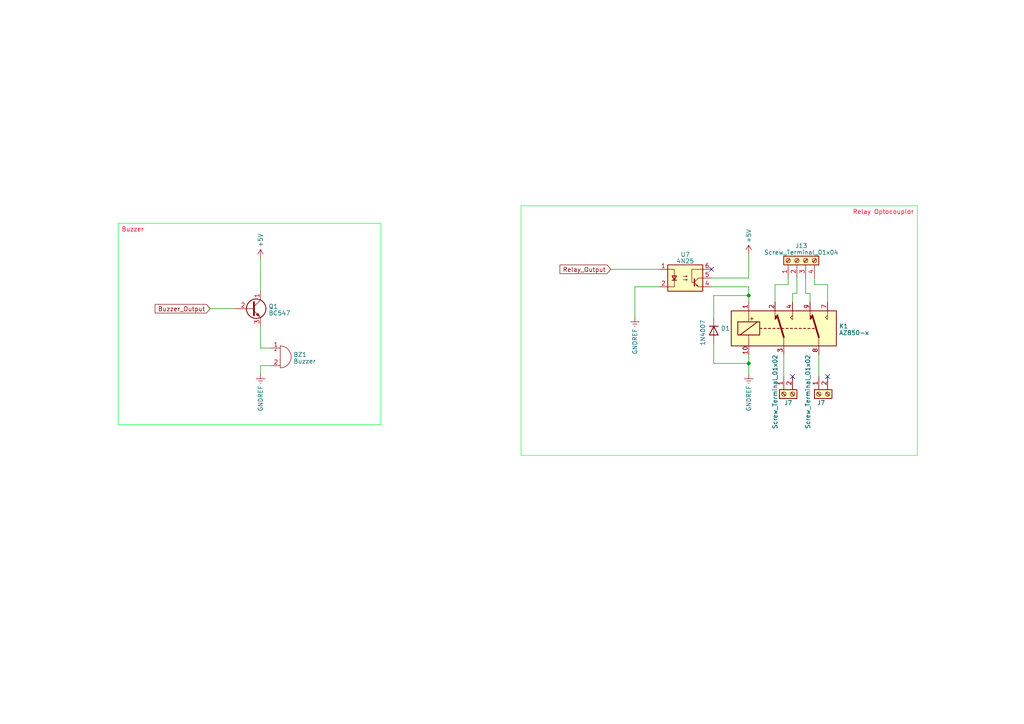
<source format=kicad_sch>
(kicad_sch (version 20230121) (generator eeschema)
  (paper "A4")
  (lib_symbols
    (symbol "Connector:Screw_Terminal_01x02" (pin_names (offset 1.016) hide)
      (property "Reference" "J" (at 0 2.54 0))
      (property "Value" "Screw_Terminal_01x02" (at 0 -5.08 0))
      (symbol "Screw_Terminal_01x02_1_1"
        (rectangle (start -1.27 1.27) (end 1.27 -3.81) (stroke (width 0.254)) (fill (type background)))
        (circle (center 0 -2.54) (radius 0.635) (stroke (width 0.1524)))
        (polyline (pts (xy -0.5334 -2.2098) (xy 0.3302 -3.048)) (stroke (width 0.1524)))
        (polyline (pts (xy -0.5334 0.3302) (xy 0.3302 -0.508)) (stroke (width 0.1524)))
        (polyline (pts (xy -0.3556 -2.032) (xy 0.508 -2.8702)) (stroke (width 0.1524)))
        (polyline (pts (xy -0.3556 0.508) (xy 0.508 -0.3302)) (stroke (width 0.1524)))
        (circle (center 0 0) (radius 0.635) (stroke (width 0.1524)))
        (pin passive line (at -5.08 0 0) (length 3.81) (name "Pin_1") (number "1"))
        (pin passive line (at -5.08 -2.54 0) (length 3.81) (name "Pin_2") (number "2"))
      )
    )
    (symbol "Connector:Screw_Terminal_01x04" (pin_names (offset 1.016) hide)
      (property "Reference" "J" (at 0 5.08 0))
      (property "Value" "Screw_Terminal_01x04" (at 0 -7.62 0))
      (symbol "Screw_Terminal_01x04_1_1"
        (rectangle (start -1.27 3.81) (end 1.27 -6.35) (stroke (width 0.254)) (fill (type background)))
        (circle (center 0 -5.08) (radius 0.635) (stroke (width 0.1524)))
        (circle (center 0 -2.54) (radius 0.635) (stroke (width 0.1524)))
        (polyline (pts (xy -0.5334 -4.7498) (xy 0.3302 -5.588)) (stroke (width 0.1524)))
        (polyline (pts (xy -0.5334 -2.2098) (xy 0.3302 -3.048)) (stroke (width 0.1524)))
        (polyline (pts (xy -0.5334 0.3302) (xy 0.3302 -0.508)) (stroke (width 0.1524)))
        (polyline (pts (xy -0.5334 2.8702) (xy 0.3302 2.032)) (stroke (width 0.1524)))
        (polyline (pts (xy -0.3556 -4.572) (xy 0.508 -5.4102)) (stroke (width 0.1524)))
        (polyline (pts (xy -0.3556 -2.032) (xy 0.508 -2.8702)) (stroke (width 0.1524)))
        (polyline (pts (xy -0.3556 0.508) (xy 0.508 -0.3302)) (stroke (width 0.1524)))
        (polyline (pts (xy -0.3556 3.048) (xy 0.508 2.2098)) (stroke (width 0.1524)))
        (circle (center 0 0) (radius 0.635) (stroke (width 0.1524)))
        (circle (center 0 2.54) (radius 0.635) (stroke (width 0.1524)))
        (pin passive line (at -5.08 2.54 0) (length 3.81) (name "Pin_1") (number "1"))
        (pin passive line (at -5.08 0 0) (length 3.81) (name "Pin_2") (number "2"))
        (pin passive line (at -5.08 -2.54 0) (length 3.81) (name "Pin_3") (number "3"))
        (pin passive line (at -5.08 -5.08 0) (length 3.81) (name "Pin_4") (number "4"))
      )
    )
    (symbol "Device:Buzzer" (pin_names (offset 0.0254) hide)
      (property "Reference" "BZ" (at 3.81 1.27 0))
      (property "Value" "Buzzer" (at 3.81 -1.27 0))
      (symbol "Buzzer_0_1"
        (arc (start 0 -3.175) (mid 3.1612 0) (end 0 3.175))
        (polyline (pts (xy -1.651 1.905) (xy -1.143 1.905)))
        (polyline (pts (xy -1.397 2.159) (xy -1.397 1.651)))
        (polyline (pts (xy 0 3.175) (xy 0 -3.175)))
      )
      (symbol "Buzzer_1_1"
        (pin passive line (at -2.54 2.54 0) (length 2.54) (name "-") (number "1"))
        (pin passive line (at -2.54 -2.54 0) (length 2.54) (name "+") (number "2"))
      )
    )
    (symbol "Diode:1N4007" (pin_numbers hide) (pin_names hide)
      (property "Reference" "D" (at 0 2.54 0))
      (property "Value" "1N4007" (at 0 -2.54 0))
      (symbol "1N4007_0_1"
        (polyline (pts (xy -1.27 1.27) (xy -1.27 -1.27)) (stroke (width 0.254)))
        (polyline (pts (xy 1.27 0) (xy -1.27 0)))
        (polyline (pts (xy 1.27 1.27) (xy 1.27 -1.27) (xy -1.27 0) (xy 1.27 1.27)) (stroke (width 0.254)))
      )
      (symbol "1N4007_1_1"
        (pin passive line (at -3.81 0 0) (length 2.54) (name "K") (number "1"))
        (pin passive line (at 3.81 0 180) (length 2.54) (name "A") (number "2"))
      )
    )
    (symbol "Isolator:4N25" (pin_names (offset 1.016))
      (property "Reference" "U" (at -5.08 5.08 0))
      (property "Value" "4N25" (at 0 5.08 0))
      (symbol "4N25_0_1"
        (rectangle (start -5.08 3.81) (end 5.08 -3.81) (stroke (width 0.254)) (fill (type background)))
        (polyline (pts (xy -3.81 -0.635) (xy -2.54 -0.635)) (stroke (width 0.254)))
        (polyline (pts (xy 2.667 -1.397) (xy 3.81 -2.54)))
        (polyline (pts (xy 2.667 -1.143) (xy 3.81 0)))
        (polyline (pts (xy 3.81 -2.54) (xy 5.08 -2.54)))
        (polyline (pts (xy 3.81 0) (xy 5.08 0)))
        (polyline (pts (xy 2.667 -0.254) (xy 2.667 -2.286) (xy 2.667 -2.286)) (stroke (width 0.3556)))
        (polyline (pts (xy -5.08 -2.54) (xy -3.175 -2.54) (xy -3.175 2.54) (xy -5.08 2.54)))
        (polyline (pts (xy -3.175 -0.635) (xy -3.81 0.635) (xy -2.54 0.635) (xy -3.175 -0.635)) (stroke (width 0.254)))
        (polyline (pts (xy 3.683 -2.413) (xy 3.429 -1.905) (xy 3.175 -2.159) (xy 3.683 -2.413)))
        (polyline (pts (xy 5.08 2.54) (xy 1.905 2.54) (xy 1.905 -1.27) (xy 2.54 -1.27)))
        (polyline (pts (xy -0.635 -0.508) (xy 0.635 -0.508) (xy 0.254 -0.635) (xy 0.254 -0.381) (xy 0.635 -0.508)))
        (polyline (pts (xy -0.635 0.508) (xy 0.635 0.508) (xy 0.254 0.381) (xy 0.254 0.635) (xy 0.635 0.508)))
      )
      (symbol "4N25_1_1"
        (pin passive line (at -7.62 2.54 0) (length 2.54) (name "~") (number "1"))
        (pin passive line (at -7.62 -2.54 0) (length 2.54) (name "~") (number "2"))
        (pin no_connect line (at -5.08 0 0) (length 2.54) hide (name "NC") (number "3"))
        (pin passive line (at 7.62 -2.54 180) (length 2.54) (name "~") (number "4"))
        (pin passive line (at 7.62 0 180) (length 2.54) (name "~") (number "5"))
        (pin passive line (at 7.62 2.54 180) (length 2.54) (name "~") (number "6"))
      )
    )
    (symbol "Relay:AZ850-x"
      (property "Reference" "K" (at 16.51 3.81 0))
      (property "Value" "AZ850-x" (at 16.51 1.27 0))
      (symbol "AZ850-x_0_0"
        (text "+" (at -9.271 2.921 0) (effects (font (size 1.27 1.27))))
      )
      (symbol "AZ850-x_0_1"
        (rectangle (start -15.24 5.08) (end 15.24 -5.08) (stroke (width 0.254)) (fill (type background)))
        (rectangle (start -13.335 1.905) (end -6.985 -1.905) (stroke (width 0.254)))
        (polyline (pts (xy -12.7 -1.905) (xy -7.62 1.905)) (stroke (width 0.254)))
        (polyline (pts (xy -10.16 -5.08) (xy -10.16 -1.905)))
        (polyline (pts (xy -10.16 5.08) (xy -10.16 1.905)))
        (polyline (pts (xy -6.985 0) (xy -6.35 0)) (stroke (width 0.254)))
        (polyline (pts (xy -5.715 0) (xy -5.08 0)) (stroke (width 0.254)))
        (polyline (pts (xy -4.445 0) (xy -3.81 0)) (stroke (width 0.254)))
        (polyline (pts (xy -3.175 0) (xy -2.54 0)) (stroke (width 0.254)))
        (polyline (pts (xy -1.905 0) (xy -1.27 0)) (stroke (width 0.254)))
        (polyline (pts (xy -0.635 0) (xy 0 0)) (stroke (width 0.254)))
        (polyline (pts (xy 0 -2.54) (xy -1.905 3.81)) (stroke (width 0.508)))
        (polyline (pts (xy 0 -2.54) (xy 0 -5.08)))
        (polyline (pts (xy 0.635 0) (xy 1.27 0)) (stroke (width 0.254)))
        (polyline (pts (xy 1.905 0) (xy 2.54 0)) (stroke (width 0.254)))
        (polyline (pts (xy 3.175 0) (xy 3.81 0)) (stroke (width 0.254)))
        (polyline (pts (xy 4.445 0) (xy 5.08 0)) (stroke (width 0.254)))
        (polyline (pts (xy 5.715 0) (xy 6.35 0)) (stroke (width 0.254)))
        (polyline (pts (xy 6.985 0) (xy 7.62 0)) (stroke (width 0.254)))
        (polyline (pts (xy 8.255 0) (xy 8.89 0)) (stroke (width 0.254)))
        (polyline (pts (xy 10.16 -2.54) (xy 8.255 3.81)) (stroke (width 0.508)))
        (polyline (pts (xy 10.16 -2.54) (xy 10.16 -5.08)))
        (polyline (pts (xy -2.54 5.08) (xy -2.54 2.54) (xy -1.905 3.175) (xy -2.54 3.81)) (fill (type outline)))
        (polyline (pts (xy 2.54 5.08) (xy 2.54 2.54) (xy 1.905 3.175) (xy 2.54 3.81)))
        (polyline (pts (xy 7.62 5.08) (xy 7.62 2.54) (xy 8.255 3.175) (xy 7.62 3.81)) (fill (type outline)))
        (polyline (pts (xy 12.7 5.08) (xy 12.7 2.54) (xy 12.065 3.175) (xy 12.7 3.81)))
      )
      (symbol "AZ850-x_1_1"
        (pin passive line (at -10.16 7.62 270) (length 2.54) (name "~") (number "1"))
        (pin passive line (at -10.16 -7.62 90) (length 2.54) (name "~") (number "10"))
        (pin passive line (at -2.54 7.62 270) (length 2.54) (name "~") (number "2"))
        (pin passive line (at 0 -7.62 90) (length 2.54) (name "~") (number "3"))
        (pin passive line (at 2.54 7.62 270) (length 2.54) (name "~") (number "4"))
        (pin passive line (at 12.7 7.62 270) (length 2.54) (name "~") (number "7"))
        (pin passive line (at 10.16 -7.62 90) (length 2.54) (name "~") (number "8"))
        (pin passive line (at 7.62 7.62 270) (length 2.54) (name "~") (number "9"))
      )
    )
    (symbol "Transistor_BJT:BC547" (pin_names (offset 0) hide)
      (property "Reference" "Q" (at 5.08 1.905 0))
      (property "Value" "BC547" (at 5.08 0 0))
      (symbol "BC547_0_1"
        (polyline (pts (xy 0 0) (xy 0.635 0)))
        (polyline (pts (xy 0.635 0.635) (xy 2.54 2.54)))
        (polyline (pts (xy 0.635 -0.635) (xy 2.54 -2.54) (xy 2.54 -2.54)))
        (polyline (pts (xy 0.635 1.905) (xy 0.635 -1.905) (xy 0.635 -1.905)) (stroke (width 0.508)))
        (polyline (pts (xy 1.27 -1.778) (xy 1.778 -1.27) (xy 2.286 -2.286) (xy 1.27 -1.778) (xy 1.27 -1.778)) (fill (type outline)))
        (circle (center 1.27 0) (radius 2.8194) (stroke (width 0.254)))
      )
      (symbol "BC547_1_1"
        (pin passive line (at 2.54 5.08 270) (length 2.54) (name "C") (number "1"))
        (pin input line (at -5.08 0 0) (length 5.08) (name "B") (number "2"))
        (pin passive line (at 2.54 -5.08 90) (length 2.54) (name "E") (number "3"))
      )
    )
    (symbol "power:+5V" (power) (pin_names (offset 0))
      (property "Value" "+5V" (at 0 3.556 0))
      (symbol "+5V_0_1"
        (polyline (pts (xy -0.762 1.27) (xy 0 2.54)))
        (polyline (pts (xy 0 0) (xy 0 2.54)))
        (polyline (pts (xy 0 2.54) (xy 0.762 1.27)))
      )
      (symbol "+5V_1_1"
        (pin power_in line (at 0 0 90) (length 0) hide (name "+5V") (number "1"))
      )
    )
    (symbol "power:GNDREF" (power) (pin_names (offset 0))
      (property "Value" "GNDREF" (at 0 -3.81 0))
      (symbol "GNDREF_0_1"
        (polyline (pts (xy -0.635 -1.905) (xy 0.635 -1.905)))
        (polyline (pts (xy -0.127 -2.54) (xy 0.127 -2.54)))
        (polyline (pts (xy 0 -1.27) (xy 0 0)))
        (polyline (pts (xy 1.27 -1.27) (xy -1.27 -1.27)))
      )
      (symbol "GNDREF_1_1"
        (pin power_in line (at 0 0 270) (length 0) hide (name "GNDREF") (number "1"))
      )
    )
  )
  (junction (at 217.17 105.41))
  (junction (at 217.17 85.725))
  (no_connect (at 229.87 109.22))
  (no_connect (at 240.03 109.22))
  (no_connect (at 206.375 78.105))
  (wire (pts (xy 233.68 80.645) (xy 233.68 85.09)))
  (wire (pts (xy 233.68 85.09) (xy 234.95 85.09)))
  (wire (pts (xy 228.6 82.55) (xy 224.79 82.55)))
  (wire (pts (xy 75.565 94.615) (xy 75.565 100.965)))
  (wire (pts (xy 206.375 83.185) (xy 217.17 83.185)))
  (wire (pts (xy 228.6 82.55) (xy 228.6 80.645)))
  (wire (pts (xy 217.17 80.645) (xy 206.375 80.645)))
  (wire (pts (xy 191.135 83.185) (xy 184.15 83.185)))
  (wire (pts (xy 217.17 102.87) (xy 217.17 105.41)))
  (wire (pts (xy 207.01 105.41) (xy 217.17 105.41)))
  (wire (pts (xy 184.15 83.185) (xy 184.15 92.075)))
  (wire (pts (xy 177.165 78.105) (xy 191.135 78.105)))
  (wire (pts (xy 207.01 85.725) (xy 217.17 85.725)))
  (wire (pts (xy 217.17 85.725) (xy 217.17 87.63)))
  (wire (pts (xy 75.565 106.045) (xy 75.565 108.585)))
  (wire (pts (xy 236.22 80.645) (xy 236.22 82.55)))
  (wire (pts (xy 240.03 82.55) (xy 240.03 87.63)))
  (wire (pts (xy 60.96 89.535) (xy 67.945 89.535)))
  (wire (pts (xy 217.17 73.66) (xy 217.17 80.645)))
  (wire (pts (xy 75.565 100.965) (xy 78.74 100.965)))
  (wire (pts (xy 236.22 82.55) (xy 240.03 82.55)))
  (wire (pts (xy 217.17 83.185) (xy 217.17 85.725)))
  (wire (pts (xy 75.565 74.93) (xy 75.565 84.455)))
  (wire (pts (xy 224.79 82.55) (xy 224.79 87.63)))
  (wire (pts (xy 229.87 85.09) (xy 229.87 87.63)))
  (wire (pts (xy 78.74 106.045) (xy 75.565 106.045)))
  (wire (pts (xy 217.17 105.41) (xy 217.17 108.585)))
  (wire (pts (xy 227.33 102.87) (xy 227.33 109.22)))
  (wire (pts (xy 234.95 85.09) (xy 234.95 87.63)))
  (wire (pts (xy 231.14 80.645) (xy 231.14 85.09)))
  (wire (pts (xy 207.01 92.075) (xy 207.01 85.725)))
  (wire (pts (xy 237.49 109.22) (xy 237.49 102.87)))
  (wire (pts (xy 231.14 85.09) (xy 229.87 85.09)))
  (wire (pts (xy 207.01 99.695) (xy 207.01 105.41)))
  (text_box "Relay Optocouplor\n\n" (at 151.13 59.69 0) (size 114.935 72.39) (stroke (width 0) (color 0 255 52 1)) (effects (font (size 1.27 1.27)) (justify right top)))
  (text_box "Buzzer \n\n" (at 34.29 64.77 0) (size 76.2 58.42) (stroke (width 0) (color 0 255 52 1)) (effects (font (size 1.27 1.27)) (justify left top)))
  (global_label "Relay_Output" (shape input) (at 177.165 78.105 180) (property "Intersheetrefs" "${INTERSHEET_REFS}" (effects hide)))
  (global_label "Buzzer_Output" (shape input) (at 60.96 89.535 180) (property "Intersheetrefs" "${INTERSHEET_REFS}" (effects hide)))
  (symbol (lib_id "power:GNDREF") (at 184.15 92.075 0) (unit 1)
    (property "Reference" "#PWR010" (effects hide))
    (property "Value" "GNDREF" (at 184.15 95.25 90) (effects (justify right)))
    (instances (project "Sistem_Tasarim" (path "" (reference "#PWR010") (unit 1)) (path "" (reference "#PWR032") (unit 1)) (path "" (reference "#PWR053") (unit 1))))
  )
  (symbol (lib_id "Relay:AZ850-x") (at 227.33 95.25 0) (unit 1)
    (property "Reference" "K1" (at 243.332 94.6063 0) (effects (justify left)))
    (property "Value" "AZ850-x" (at 243.332 96.5273 0) (effects (justify left)))
    (property "Footprint" "User_Footprint:Relay_DPDT_Finder_30.22" (effects hide))
    (property "Datasheet" "http://www.azettler.com/pdfs/az850.pdf" (effects hide))
  )
  (symbol (lib_id "Diode:1N4007") (at 207.01 95.885 270) (unit 1)
    (property "Reference" "D1" (at 209.042 95.2413 90) (effects (justify left)))
    (property "Value" "1N4007" (at 203.835 92.71 0) (effects (justify left)))
    (property "Footprint" "Diode_THT:D_DO-41_SOD81_P10.16mm_Horizontal" (effects hide))
    (property "Datasheet" "http://www.vishay.com/docs/88503/1n4001.pdf" (effects hide))
    (property "Sim.Device" "D" (effects hide))
    (property "Sim.Pins" "1=K 2=A" (effects hide))
  )
  (symbol (lib_id "Transistor_BJT:BC547") (at 73.025 89.535 0) (unit 1)
    (property "Reference" "Q1" (at 77.8764 88.8913 0) (effects (justify left)))
    (property "Value" "BC547" (at 77.8764 90.8123 0) (effects (justify left)))
    (property "Footprint" "Package_TO_SOT_THT:TO-92_Inline" (effects hide))
    (property "Datasheet" "https://www.onsemi.com/pub/Collateral/BC550-D.pdf" (effects hide))
  )
  (symbol (lib_id "Device:Buzzer") (at 81.28 103.505 0) (unit 1)
    (property "Reference" "BZ1" (at 85.0762 102.8613 0) (effects (justify left)))
    (property "Value" "Buzzer" (at 85.0762 104.7823 0) (effects (justify left)))
    (property "Footprint" "Buzzer_Beeper:Buzzer_12x9.5RM7.6" (effects hide))
  )
  (symbol (lib_id "Connector:Screw_Terminal_01x02") (at 227.33 114.3 90) (mirror x) (unit 1)
    (property "Reference" "J7" (at 228.6 116.84 90))
    (property "Value" "Screw_Terminal_01x02" (at 224.79 113.665 0))
    (property "Footprint" "TerminalBlock_Phoenix:TerminalBlock_Phoenix_MKDS-1,5-2-5.08_1x02_P5.08mm_Horizontal" (effects hide))
    (instances (project "Sistem_Tasarim" (path "" (reference "J7") (unit 1)) (path "" (reference "J12") (unit 1))))
  )
  (symbol (lib_id "power:GNDREF") (at 217.17 108.585 0) (unit 1)
    (property "Reference" "#PWR010" (effects hide))
    (property "Value" "GNDREF" (at 217.17 111.76 90) (effects (justify right)))
    (instances (project "Sistem_Tasarim" (path "" (reference "#PWR010") (unit 1)) (path "" (reference "#PWR032") (unit 1)) (path "" (reference "#PWR051") (unit 1))))
  )
  (symbol (lib_id "power:+5V") (at 75.565 74.93 0) (unit 1)
    (property "Reference" "#PWR011" (effects hide))
    (property "Value" "+5V" (at 75.565 71.755 90) (effects (justify left)))
    (instances (project "Sistem_Tasarim" (path "" (reference "#PWR011") (unit 1)) (path "" (reference "#PWR030") (unit 1)) (path "" (reference "#PWR049") (unit 1))))
  )
  (symbol (lib_id "Isolator:4N25") (at 198.755 80.645 0) (unit 1)
    (property "Reference" "U7" (at 198.755 73.8251 0))
    (property "Value" "4N25" (at 198.755 75.7461 0))
    (property "Footprint" "Package_DIP:DIP-6_W7.62mm" (effects hide))
    (property "Datasheet" "https://www.vishay.com/docs/83725/4n25.pdf" (effects hide))
  )
  (symbol (lib_id "Connector:Screw_Terminal_01x02") (at 237.49 114.3 90) (mirror x) (unit 1)
    (property "Reference" "J7" (at 238.125 116.84 90))
    (property "Value" "Screw_Terminal_01x02" (at 234.315 113.665 0))
    (property "Footprint" "TerminalBlock_Phoenix:TerminalBlock_Phoenix_MKDS-1,5-2-5.08_1x02_P5.08mm_Horizontal" (effects hide))
    (instances (project "Sistem_Tasarim" (path "" (reference "J7") (unit 1)) (path "" (reference "J14") (unit 1))))
  )
  (symbol (lib_id "power:+5V") (at 217.17 73.66 0) (unit 1)
    (property "Reference" "#PWR011" (effects hide))
    (property "Value" "+5V" (at 217.17 70.485 90) (effects (justify left)))
    (instances (project "Sistem_Tasarim" (path "" (reference "#PWR011") (unit 1)) (path "" (reference "#PWR030") (unit 1)) (path "" (reference "#PWR052") (unit 1))))
  )
  (symbol (lib_id "Connector:Screw_Terminal_01x04") (at 231.14 75.565 90) (unit 1)
    (property "Reference" "J13" (at 232.41 71.2851 90))
    (property "Value" "Screw_Terminal_01x04" (at 232.41 73.2061 90))
    (property "Footprint" "TerminalBlock_Phoenix:TerminalBlock_Phoenix_MKDS-1,5-4-5.08_1x04_P5.08mm_Horizontal" (effects hide))
  )
  (symbol (lib_id "power:GNDREF") (at 75.565 108.585 0) (unit 1)
    (property "Reference" "#PWR010" (effects hide))
    (property "Value" "GNDREF" (at 75.565 111.76 90) (effects (justify right)))
    (instances (project "Sistem_Tasarim" (path "" (reference "#PWR010") (unit 1)) (path "" (reference "#PWR032") (unit 1)) (path "" (reference "#PWR050") (unit 1))))
  )
)
</source>
